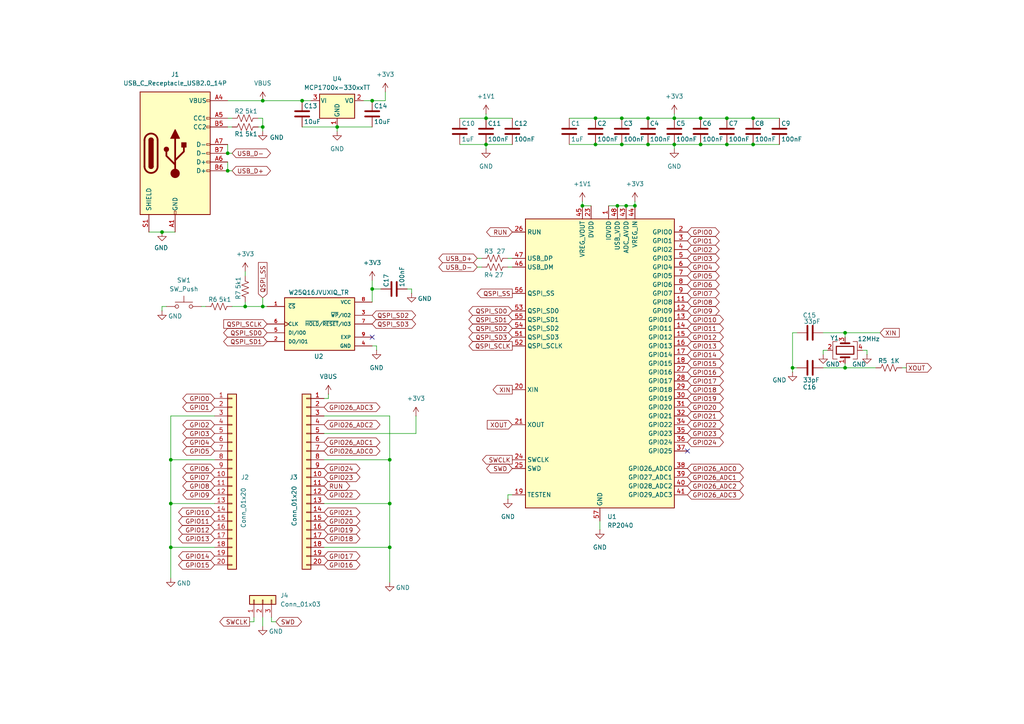
<source format=kicad_sch>
(kicad_sch (version 20250114) (generator "eeschema") (generator_version "9.0")
  (paper "A4")
  (lib_symbols
    (symbol "Connector:USB_C_Receptacle_USB2.0_14P" (pin_names (offset 1.016))
      (property "Reference" "J" (at 0 22.225 0))
      (property "Value" "USB_C_Receptacle_USB2.0_14P" (at 0 19.685 0))
      (symbol "USB_C_Receptacle_USB2.0_14P_0_0"
        (rectangle (start -0.254 -17.78) (end 0.254 -16.764))
        (rectangle (start 10.16 15.494) (end 9.144 14.986))
        (rectangle (start 10.16 10.414) (end 9.144 9.906))
        (rectangle (start 10.16 7.874) (end 9.144 7.366))
        (rectangle (start 10.16 2.794) (end 9.144 2.286))
        (rectangle (start 10.16 0.254) (end 9.144 -0.254))
        (rectangle (start 10.16 -2.286) (end 9.144 -2.794))
        (rectangle (start 10.16 -4.826) (end 9.144 -5.334))
      )
      (symbol "USB_C_Receptacle_USB2.0_14P_0_1"
        (rectangle (start -10.16 17.78) (end 10.16 -17.78) (stroke (width 0.254)) (fill (type background)))
        (polyline (pts (xy -8.89 -3.81) (xy -8.89 3.81)) (stroke (width 0.508)))
        (rectangle (start -7.62 -3.81) (end -6.35 3.81) (stroke (width 0.254)) (fill (type outline)))
        (arc (start -7.62 3.81) (mid -6.985 4.4423) (end -6.35 3.81) (stroke (width 0.254)))
        (arc (start -7.62 3.81) (mid -6.985 4.4423) (end -6.35 3.81) (stroke (width 0.254)) (fill (type outline)))
        (arc (start -8.89 3.81) (mid -6.985 5.7067) (end -5.08 3.81) (stroke (width 0.508)))
        (arc (start -5.08 -3.81) (mid -6.985 -5.7067) (end -8.89 -3.81) (stroke (width 0.508)))
        (arc (start -6.35 -3.81) (mid -6.985 -4.4423) (end -7.62 -3.81) (stroke (width 0.254)))
        (arc (start -6.35 -3.81) (mid -6.985 -4.4423) (end -7.62 -3.81) (stroke (width 0.254)) (fill (type outline)))
        (polyline (pts (xy -5.08 3.81) (xy -5.08 -3.81)) (stroke (width 0.508)))
        (circle (center -2.54 1.143) (radius 0.635) (stroke (width 0.254)) (fill (type outline)))
        (polyline (pts (xy -1.27 4.318) (xy 0 6.858) (xy 1.27 4.318) (xy -1.27 4.318)) (stroke (width 0.254)) (fill (type outline)))
        (polyline (pts (xy 0 -2.032) (xy 2.54 0.508) (xy 2.54 1.778)) (stroke (width 0.508)))
        (polyline (pts (xy 0 -3.302) (xy -2.54 -0.762) (xy -2.54 0.508)) (stroke (width 0.508)))
        (polyline (pts (xy 0 -5.842) (xy 0 4.318)) (stroke (width 0.508)))
        (circle (center 0 -5.842) (radius 1.27) (fill (type outline)))
        (rectangle (start 1.905 1.778) (end 3.175 3.048) (stroke (width 0.254)) (fill (type outline)))
      )
      (symbol "USB_C_Receptacle_USB2.0_14P_1_1"
        (pin passive line (at -7.62 -22.86 90) (length 5.08) (name "SHIELD") (number "S1"))
        (pin passive line (at 0 -22.86 90) (length 5.08) (name "GND") (number "A1"))
        (pin passive line (at 0 -22.86 90) (length 5.08) (hide yes) (name "GND") (number "A12"))
        (pin passive line (at 0 -22.86 90) (length 5.08) (hide yes) (name "GND") (number "B1"))
        (pin passive line (at 0 -22.86 90) (length 5.08) (hide yes) (name "GND") (number "B12"))
        (pin passive line (at 15.24 15.24 180) (length 5.08) (name "VBUS") (number "A4"))
        (pin passive line (at 15.24 15.24 180) (length 5.08) (hide yes) (name "VBUS") (number "A9"))
        (pin passive line (at 15.24 15.24 180) (length 5.08) (hide yes) (name "VBUS") (number "B4"))
        (pin passive line (at 15.24 15.24 180) (length 5.08) (hide yes) (name "VBUS") (number "B9"))
        (pin bidirectional line (at 15.24 10.16 180) (length 5.08) (name "CC1") (number "A5"))
        (pin bidirectional line (at 15.24 7.62 180) (length 5.08) (name "CC2") (number "B5"))
        (pin bidirectional line (at 15.24 2.54 180) (length 5.08) (name "D-") (number "A7"))
        (pin bidirectional line (at 15.24 0 180) (length 5.08) (name "D-") (number "B7"))
        (pin bidirectional line (at 15.24 -2.54 180) (length 5.08) (name "D+") (number "A6"))
        (pin bidirectional line (at 15.24 -5.08 180) (length 5.08) (name "D+") (number "B6"))
      )
    )
    (symbol "Connector_Generic:Conn_01x03" (pin_names (offset 1.016) (hide yes))
      (property "Reference" "J" (at 0 5.08 0))
      (property "Value" "Conn_01x03" (at 0 -5.08 0))
      (symbol "Conn_01x03_1_1"
        (rectangle (start -1.27 3.81) (end 1.27 -3.81) (stroke (width 0.254)) (fill (type background)))
        (rectangle (start -1.27 2.667) (end 0 2.413) (stroke (width 0.1524)))
        (rectangle (start -1.27 0.127) (end 0 -0.127) (stroke (width 0.1524)))
        (rectangle (start -1.27 -2.413) (end 0 -2.667) (stroke (width 0.1524)))
        (pin passive line (at -5.08 2.54 0) (length 3.81) (name "Pin_1") (number "1"))
        (pin passive line (at -5.08 0 0) (length 3.81) (name "Pin_2") (number "2"))
        (pin passive line (at -5.08 -2.54 0) (length 3.81) (name "Pin_3") (number "3"))
      )
    )
    (symbol "Connector_Generic:Conn_01x20" (pin_names (offset 1.016) (hide yes))
      (property "Reference" "J" (at 0 25.4 0))
      (property "Value" "Conn_01x20" (at 0 -27.94 0))
      (symbol "Conn_01x20_1_1"
        (rectangle (start -1.27 24.13) (end 1.27 -26.67) (stroke (width 0.254)) (fill (type background)))
        (rectangle (start -1.27 22.987) (end 0 22.733) (stroke (width 0.1524)))
        (rectangle (start -1.27 20.447) (end 0 20.193) (stroke (width 0.1524)))
        (rectangle (start -1.27 17.907) (end 0 17.653) (stroke (width 0.1524)))
        (rectangle (start -1.27 15.367) (end 0 15.113) (stroke (width 0.1524)))
        (rectangle (start -1.27 12.827) (end 0 12.573) (stroke (width 0.1524)))
        (rectangle (start -1.27 10.287) (end 0 10.033) (stroke (width 0.1524)))
        (rectangle (start -1.27 7.747) (end 0 7.493) (stroke (width 0.1524)))
        (rectangle (start -1.27 5.207) (end 0 4.953) (stroke (width 0.1524)))
        (rectangle (start -1.27 2.667) (end 0 2.413) (stroke (width 0.1524)))
        (rectangle (start -1.27 0.127) (end 0 -0.127) (stroke (width 0.1524)))
        (rectangle (start -1.27 -2.413) (end 0 -2.667) (stroke (width 0.1524)))
        (rectangle (start -1.27 -4.953) (end 0 -5.207) (stroke (width 0.1524)))
        (rectangle (start -1.27 -7.493) (end 0 -7.747) (stroke (width 0.1524)))
        (rectangle (start -1.27 -10.033) (end 0 -10.287) (stroke (width 0.1524)))
        (rectangle (start -1.27 -12.573) (end 0 -12.827) (stroke (width 0.1524)))
        (rectangle (start -1.27 -15.113) (end 0 -15.367) (stroke (width 0.1524)))
        (rectangle (start -1.27 -17.653) (end 0 -17.907) (stroke (width 0.1524)))
        (rectangle (start -1.27 -20.193) (end 0 -20.447) (stroke (width 0.1524)))
        (rectangle (start -1.27 -22.733) (end 0 -22.987) (stroke (width 0.1524)))
        (rectangle (start -1.27 -25.273) (end 0 -25.527) (stroke (width 0.1524)))
        (pin passive line (at -5.08 22.86 0) (length 3.81) (name "Pin_1") (number "1"))
        (pin passive line (at -5.08 20.32 0) (length 3.81) (name "Pin_2") (number "2"))
        (pin passive line (at -5.08 17.78 0) (length 3.81) (name "Pin_3") (number "3"))
        (pin passive line (at -5.08 15.24 0) (length 3.81) (name "Pin_4") (number "4"))
        (pin passive line (at -5.08 12.7 0) (length 3.81) (name "Pin_5") (number "5"))
        (pin passive line (at -5.08 10.16 0) (length 3.81) (name "Pin_6") (number "6"))
        (pin passive line (at -5.08 7.62 0) (length 3.81) (name "Pin_7") (number "7"))
        (pin passive line (at -5.08 5.08 0) (length 3.81) (name "Pin_8") (number "8"))
        (pin passive line (at -5.08 2.54 0) (length 3.81) (name "Pin_9") (number "9"))
        (pin passive line (at -5.08 0 0) (length 3.81) (name "Pin_10") (number "10"))
        (pin passive line (at -5.08 -2.54 0) (length 3.81) (name "Pin_11") (number "11"))
        (pin passive line (at -5.08 -5.08 0) (length 3.81) (name "Pin_12") (number "12"))
        (pin passive line (at -5.08 -7.62 0) (length 3.81) (name "Pin_13") (number "13"))
        (pin passive line (at -5.08 -10.16 0) (length 3.81) (name "Pin_14") (number "14"))
        (pin passive line (at -5.08 -12.7 0) (length 3.81) (name "Pin_15") (number "15"))
        (pin passive line (at -5.08 -15.24 0) (length 3.81) (name "Pin_16") (number "16"))
        (pin passive line (at -5.08 -17.78 0) (length 3.81) (name "Pin_17") (number "17"))
        (pin passive line (at -5.08 -20.32 0) (length 3.81) (name "Pin_18") (number "18"))
        (pin passive line (at -5.08 -22.86 0) (length 3.81) (name "Pin_19") (number "19"))
        (pin passive line (at -5.08 -25.4 0) (length 3.81) (name "Pin_20") (number "20"))
      )
    )
    (symbol "Device:C" (pin_numbers (hide yes)) (pin_names (offset 0.254))
      (property "Reference" "C" (at 0.635 2.54 0))
      (property "Value" "C" (at 0.635 -2.54 0))
      (symbol "C_0_1"
        (polyline (pts (xy -2.032 0.762) (xy 2.032 0.762)) (stroke (width 0.508)))
        (polyline (pts (xy -2.032 -0.762) (xy 2.032 -0.762)) (stroke (width 0.508)))
      )
      (symbol "C_1_1"
        (pin passive line (at 0 3.81 270) (length 2.794) (name "~") (number "1"))
        (pin passive line (at 0 -3.81 90) (length 2.794) (name "~") (number "2"))
      )
    )
    (symbol "Device:Crystal_GND24" (pin_names (offset 1.016) (hide yes))
      (property "Reference" "Y" (at 3.175 5.08 0))
      (property "Value" "Crystal_GND24" (at 3.175 3.175 0))
      (symbol "Crystal_GND24_0_1"
        (polyline (pts (xy -2.54 2.286) (xy -2.54 3.556) (xy 2.54 3.556) (xy 2.54 2.286)))
        (polyline (pts (xy -2.54 0) (xy -2.032 0)))
        (polyline (pts (xy -2.54 -2.286) (xy -2.54 -3.556) (xy 2.54 -3.556) (xy 2.54 -2.286)))
        (polyline (pts (xy -2.032 -1.27) (xy -2.032 1.27)) (stroke (width 0.508)))
        (rectangle (start -1.143 2.54) (end 1.143 -2.54) (stroke (width 0.3048)))
        (polyline (pts (xy 0 3.556) (xy 0 3.81)))
        (polyline (pts (xy 0 -3.81) (xy 0 -3.556)))
        (polyline (pts (xy 2.032 0) (xy 2.54 0)))
        (polyline (pts (xy 2.032 -1.27) (xy 2.032 1.27)) (stroke (width 0.508)))
      )
      (symbol "Crystal_GND24_1_1"
        (pin passive line (at -3.81 0 0) (length 1.27) (name "1") (number "1"))
        (pin passive line (at 0 5.08 270) (length 1.27) (name "2") (number "2"))
        (pin passive line (at 0 -5.08 90) (length 1.27) (name "4") (number "4"))
        (pin passive line (at 3.81 0 180) (length 1.27) (name "3") (number "3"))
      )
    )
    (symbol "Device:R_US" (pin_numbers (hide yes)) (pin_names (offset 0))
      (property "Reference" "R" (at 2.54 0 90))
      (property "Value" "R_US" (at -2.54 0 90))
      (symbol "R_US_0_1"
        (polyline (pts (xy 0 2.286) (xy 0 2.54)))
        (polyline (pts (xy 0 2.286) (xy 1.016 1.905) (xy 0 1.524) (xy -1.016 1.143) (xy 0 0.762)))
        (polyline (pts (xy 0 0.762) (xy 1.016 0.381) (xy 0 0) (xy -1.016 -0.381) (xy 0 -0.762)))
        (polyline (pts (xy 0 -0.762) (xy 1.016 -1.143) (xy 0 -1.524) (xy -1.016 -1.905) (xy 0 -2.286)))
        (polyline (pts (xy 0 -2.286) (xy 0 -2.54)))
      )
      (symbol "R_US_1_1"
        (pin passive line (at 0 3.81 270) (length 1.27) (name "~") (number "1"))
        (pin passive line (at 0 -3.81 90) (length 1.27) (name "~") (number "2"))
      )
    )
    (symbol "MCU_RaspberryPi:RP2040"
      (property "Reference" "U" (at 17.78 45.72 0))
      (property "Value" "RP2040" (at 17.78 43.18 0))
      (symbol "RP2040_0_1"
        (rectangle (start -21.59 41.91) (end 21.59 -41.91) (stroke (width 0.254)) (fill (type background)))
      )
      (symbol "RP2040_1_1"
        (pin input line (at -25.4 38.1 0) (length 3.81) (name "RUN") (number "26"))
        (pin bidirectional line (at -25.4 30.48 0) (length 3.81) (name "USB_DP") (number "47"))
        (pin bidirectional line (at -25.4 27.94 0) (length 3.81) (name "USB_DM") (number "46"))
        (pin bidirectional line (at -25.4 20.32 0) (length 3.81) (name "QSPI_SS") (number "56"))
        (pin bidirectional line (at -25.4 15.24 0) (length 3.81) (name "QSPI_SD0") (number "53"))
        (pin bidirectional line (at -25.4 12.7 0) (length 3.81) (name "QSPI_SD1") (number "55"))
        (pin bidirectional line (at -25.4 10.16 0) (length 3.81) (name "QSPI_SD2") (number "54"))
        (pin bidirectional line (at -25.4 7.62 0) (length 3.81) (name "QSPI_SD3") (number "51"))
        (pin output line (at -25.4 5.08 0) (length 3.81) (name "QSPI_SCLK") (number "52"))
        (pin input line (at -25.4 -7.62 0) (length 3.81) (name "XIN") (number "20"))
        (pin passive line (at -25.4 -17.78 0) (length 3.81) (name "XOUT") (number "21"))
        (pin input line (at -25.4 -27.94 0) (length 3.81) (name "SWCLK") (number "24"))
        (pin bidirectional line (at -25.4 -30.48 0) (length 3.81) (name "SWD") (number "25"))
        (pin input line (at -25.4 -38.1 0) (length 3.81) (name "TESTEN") (number "19"))
        (pin power_out line (at -5.08 45.72 270) (length 3.81) (name "VREG_VOUT") (number "45"))
        (pin power_in line (at -2.54 45.72 270) (length 3.81) (name "DVDD") (number "23"))
        (pin passive line (at -2.54 45.72 270) (length 3.81) (hide yes) (name "DVDD") (number "50"))
        (pin power_in line (at 0 -45.72 90) (length 3.81) (name "GND") (number "57"))
        (pin power_in line (at 2.54 45.72 270) (length 3.81) (name "IOVDD") (number "1"))
        (pin passive line (at 2.54 45.72 270) (length 3.81) (hide yes) (name "IOVDD") (number "10"))
        (pin passive line (at 2.54 45.72 270) (length 3.81) (hide yes) (name "IOVDD") (number "22"))
        (pin passive line (at 2.54 45.72 270) (length 3.81) (hide yes) (name "IOVDD") (number "33"))
        (pin passive line (at 2.54 45.72 270) (length 3.81) (hide yes) (name "IOVDD") (number "42"))
        (pin passive line (at 2.54 45.72 270) (length 3.81) (hide yes) (name "IOVDD") (number "49"))
        (pin power_in line (at 5.08 45.72 270) (length 3.81) (name "USB_VDD") (number "48"))
        (pin power_in line (at 7.62 45.72 270) (length 3.81) (name "ADC_AVDD") (number "43"))
        (pin power_in line (at 10.16 45.72 270) (length 3.81) (name "VREG_IN") (number "44"))
        (pin bidirectional line (at 25.4 38.1 180) (length 3.81) (name "GPIO0") (number "2"))
        (pin bidirectional line (at 25.4 35.56 180) (length 3.81) (name "GPIO1") (number "3"))
        (pin bidirectional line (at 25.4 33.02 180) (length 3.81) (name "GPIO2") (number "4"))
        (pin bidirectional line (at 25.4 30.48 180) (length 3.81) (name "GPIO3") (number "5"))
        (pin bidirectional line (at 25.4 27.94 180) (length 3.81) (name "GPIO4") (number "6"))
        (pin bidirectional line (at 25.4 25.4 180) (length 3.81) (name "GPIO5") (number "7"))
        (pin bidirectional line (at 25.4 22.86 180) (length 3.81) (name "GPIO6") (number "8"))
        (pin bidirectional line (at 25.4 20.32 180) (length 3.81) (name "GPIO7") (number "9"))
        (pin bidirectional line (at 25.4 17.78 180) (length 3.81) (name "GPIO8") (number "11"))
        (pin bidirectional line (at 25.4 15.24 180) (length 3.81) (name "GPIO9") (number "12"))
        (pin bidirectional line (at 25.4 12.7 180) (length 3.81) (name "GPIO10") (number "13"))
        (pin bidirectional line (at 25.4 10.16 180) (length 3.81) (name "GPIO11") (number "14"))
        (pin bidirectional line (at 25.4 7.62 180) (length 3.81) (name "GPIO12") (number "15"))
        (pin bidirectional line (at 25.4 5.08 180) (length 3.81) (name "GPIO13") (number "16"))
        (pin bidirectional line (at 25.4 2.54 180) (length 3.81) (name "GPIO14") (number "17"))
        (pin bidirectional line (at 25.4 0 180) (length 3.81) (name "GPIO15") (number "18"))
        (pin bidirectional line (at 25.4 -2.54 180) (length 3.81) (name "GPIO16") (number "27"))
        (pin bidirectional line (at 25.4 -5.08 180) (length 3.81) (name "GPIO17") (number "28"))
        (pin bidirectional line (at 25.4 -7.62 180) (length 3.81) (name "GPIO18") (number "29"))
        (pin bidirectional line (at 25.4 -10.16 180) (length 3.81) (name "GPIO19") (number "30"))
        (pin bidirectional line (at 25.4 -12.7 180) (length 3.81) (name "GPIO20") (number "31"))
        (pin bidirectional line (at 25.4 -15.24 180) (length 3.81) (name "GPIO21") (number "32"))
        (pin bidirectional line (at 25.4 -17.78 180) (length 3.81) (name "GPIO22") (number "34"))
        (pin bidirectional line (at 25.4 -20.32 180) (length 3.81) (name "GPIO23") (number "35"))
        (pin bidirectional line (at 25.4 -22.86 180) (length 3.81) (name "GPIO24") (number "36"))
        (pin bidirectional line (at 25.4 -25.4 180) (length 3.81) (name "GPIO25") (number "37"))
        (pin bidirectional line (at 25.4 -30.48 180) (length 3.81) (name "GPIO26_ADC0") (number "38"))
        (pin bidirectional line (at 25.4 -33.02 180) (length 3.81) (name "GPIO27_ADC1") (number "39"))
        (pin bidirectional line (at 25.4 -35.56 180) (length 3.81) (name "GPIO28_ADC2") (number "40"))
        (pin bidirectional line (at 25.4 -38.1 180) (length 3.81) (name "GPIO29_ADC3") (number "41"))
      )
    )
    (symbol "Regulator_Linear:MCP1700x-330xxTT" (pin_names (offset 0.254))
      (property "Reference" "U" (at -3.81 3.175 0))
      (property "Value" "MCP1700x-330xxTT" (at 0 3.175 0))
      (symbol "MCP1700x-330xxTT_0_1"
        (rectangle (start -5.08 1.905) (end 5.08 -5.08) (stroke (width 0.254)) (fill (type background)))
      )
      (symbol "MCP1700x-330xxTT_1_1"
        (pin power_in line (at -7.62 0 0) (length 2.54) (name "VI") (number "3"))
        (pin power_in line (at 0 -7.62 90) (length 2.54) (name "GND") (number "1"))
        (pin power_out line (at 7.62 0 180) (length 2.54) (name "VO") (number "2"))
      )
    )
    (symbol "Switch:SW_Push" (pin_numbers (hide yes)) (pin_names (offset 1.016) (hide yes))
      (property "Reference" "SW" (at 1.27 2.54 0))
      (property "Value" "SW_Push" (at 0 -1.524 0))
      (symbol "SW_Push_0_1"
        (circle (center -2.032 0) (radius 0.508))
        (polyline (pts (xy 0 1.27) (xy 0 3.048)))
        (circle (center 2.032 0) (radius 0.508))
        (polyline (pts (xy 2.54 1.27) (xy -2.54 1.27)))
        (pin passive line (at -5.08 0 0) (length 2.54) (name "1") (number "1"))
        (pin passive line (at 5.08 0 180) (length 2.54) (name "2") (number "2"))
      )
    )
    (symbol "W25Q16JVUXIQ_TR:W25Q16JVUXIQ_TR" (pin_names (offset 1.016))
      (property "Reference" "U2" (at 0 17.78 0))
      (property "Value" "W25Q16JVUXIQ_TR" (at 0 15.24 0))
      (symbol "W25Q16JVUXIQ_TR_0_0"
        (rectangle (start -10.16 7.62) (end 10.16 -7.62) (stroke (width 0.254)) (fill (type background)))
        (pin input line (at -15.24 5.08 0) (length 5.08) (name "~{CS}") (number "1"))
        (pin input clock (at -15.24 0 0) (length 5.08) (name "CLK") (number "6"))
        (pin bidirectional line (at -15.24 -2.54 0) (length 5.08) (name "DI/IO0") (number "5"))
        (pin bidirectional line (at -15.24 -5.08 0) (length 5.08) (name "DO/IO1") (number "2"))
        (pin power_in line (at 15.24 6.35 180) (length 5.08) (name "VCC") (number "8"))
        (pin bidirectional line (at 15.24 2.54 180) (length 5.08) (name "~{WP}/IO2") (number "3"))
        (pin bidirectional line (at 15.24 0 180) (length 5.08) (name "~{HOLD}/~{RESET}/IO3") (number "7"))
        (pin passive line (at 15.24 -3.81 180) (length 5.08) (name "EXP") (number "9"))
        (pin power_in line (at 15.24 -6.35 180) (length 5.08) (name "GND") (number "4"))
      )
    )
    (symbol "power:+1V1" (power) (pin_numbers (hide yes)) (pin_names (offset 0) (hide yes))
      (property "Value" "+1V1" (at 0 3.556 0))
      (symbol "+1V1_0_1"
        (polyline (pts (xy -0.762 1.27) (xy 0 2.54)))
        (polyline (pts (xy 0 2.54) (xy 0.762 1.27)))
        (polyline (pts (xy 0 0) (xy 0 2.54)))
      )
      (symbol "+1V1_1_1"
        (pin power_in line (at 0 0 90) (length 0) (name "~") (number "1"))
      )
    )
    (symbol "power:+3V3" (power) (pin_numbers (hide yes)) (pin_names (offset 0) (hide yes))
      (property "Value" "+3V3" (at 0 3.556 0))
      (symbol "+3V3_0_1"
        (polyline (pts (xy -0.762 1.27) (xy 0 2.54)))
        (polyline (pts (xy 0 2.54) (xy 0.762 1.27)))
        (polyline (pts (xy 0 0) (xy 0 2.54)))
      )
      (symbol "+3V3_1_1"
        (pin power_in line (at 0 0 90) (length 0) (name "~") (number "1"))
      )
    )
    (symbol "power:GND" (power) (pin_numbers (hide yes)) (pin_names (offset 0) (hide yes))
      (property "Value" "GND" (at 0 -3.81 0))
      (symbol "GND_0_1"
        (polyline (pts (xy 0 0) (xy 0 -1.27) (xy 1.27 -1.27) (xy 0 -2.54) (xy -1.27 -1.27) (xy 0 -1.27)))
      )
      (symbol "GND_1_1"
        (pin power_in line (at 0 0 270) (length 0) (name "~") (number "1"))
      )
    )
    (symbol "power:VBUS" (power) (pin_numbers (hide yes)) (pin_names (offset 0) (hide yes))
      (property "Value" "VBUS" (at 0 3.556 0))
      (symbol "VBUS_0_1"
        (polyline (pts (xy -0.762 1.27) (xy 0 2.54)))
        (polyline (pts (xy 0 2.54) (xy 0.762 1.27)))
        (polyline (pts (xy 0 0) (xy 0 2.54)))
      )
      (symbol "VBUS_1_1"
        (pin power_in line (at 0 0 90) (length 0) (name "~") (number "1"))
      )
    )
  )
  (junction (at 76.2 29.21))
  (junction (at 172.72 34.29))
  (junction (at 210.82 34.29))
  (junction (at 245.11 106.68))
  (junction (at 97.79 36.83))
  (junction (at 179.07 59.69))
  (junction (at 113.03 146.05))
  (junction (at 203.2 34.29))
  (junction (at 181.61 59.69))
  (junction (at 49.53 133.35))
  (junction (at 107.95 29.21))
  (junction (at 87.63 29.21))
  (junction (at 195.58 41.91))
  (junction (at 140.97 34.29))
  (junction (at 184.15 59.69))
  (junction (at 66.04 44.45))
  (junction (at 49.53 146.05))
  (junction (at 66.04 49.53))
  (junction (at 218.44 41.91))
  (junction (at 49.53 158.75))
  (junction (at 218.44 34.29))
  (junction (at 180.34 41.91))
  (junction (at 113.03 133.35))
  (junction (at 229.87 106.68))
  (junction (at 172.72 41.91))
  (junction (at 46.99 67.31))
  (junction (at 76.2 36.83))
  (junction (at 71.12 88.9))
  (junction (at 113.03 158.75))
  (junction (at 210.82 41.91))
  (junction (at 245.11 96.52))
  (junction (at 107.95 83.82))
  (junction (at 203.2 41.91))
  (junction (at 76.2 88.9))
  (junction (at 187.96 34.29))
  (junction (at 168.91 59.69))
  (junction (at 195.58 34.29))
  (junction (at 140.97 41.91))
  (junction (at 187.96 41.91))
  (junction (at 180.34 34.29))
  (no_connect (at 199.39 130.81))
  (no_connect (at 107.95 97.79))
  (wire (pts (xy 49.53 133.35) (xy 62.23 133.35)))
  (wire (pts (xy 97.79 36.83) (xy 107.95 36.83)))
  (wire (pts (xy 195.58 43.18) (xy 195.58 41.91)))
  (wire (pts (xy 245.11 96.52) (xy 255.27 96.52)))
  (wire (pts (xy 58.42 88.9) (xy 59.69 88.9)))
  (wire (pts (xy 168.91 59.69) (xy 171.45 59.69)))
  (wire (pts (xy 195.58 34.29) (xy 203.2 34.29)))
  (wire (pts (xy 93.98 158.75) (xy 113.03 158.75)))
  (wire (pts (xy 46.99 67.31) (xy 50.8 67.31)))
  (wire (pts (xy 229.87 106.68) (xy 229.87 107.95)))
  (wire (pts (xy 147.32 77.47) (xy 148.59 77.47)))
  (wire (pts (xy 180.34 41.91) (xy 187.96 41.91)))
  (wire (pts (xy 67.31 88.9) (xy 71.12 88.9)))
  (wire (pts (xy 76.2 179.07) (xy 76.2 181.61)))
  (wire (pts (xy 62.23 120.65) (xy 49.53 120.65)))
  (wire (pts (xy 118.11 83.82) (xy 119.38 83.82)))
  (wire (pts (xy 172.72 34.29) (xy 180.34 34.29)))
  (wire (pts (xy 113.03 120.65) (xy 113.03 133.35)))
  (wire (pts (xy 180.34 34.29) (xy 187.96 34.29)))
  (wire (pts (xy 66.04 44.45) (xy 67.31 44.45)))
  (wire (pts (xy 49.53 158.75) (xy 49.53 167.64)))
  (wire (pts (xy 173.99 151.13) (xy 173.99 153.67)))
  (wire (pts (xy 43.18 67.31) (xy 46.99 67.31)))
  (wire (pts (xy 138.43 77.47) (xy 139.7 77.47)))
  (wire (pts (xy 120.65 125.73) (xy 93.98 125.73)))
  (wire (pts (xy 66.04 36.83) (xy 67.31 36.83)))
  (wire (pts (xy 73.66 180.34) (xy 73.66 179.07)))
  (wire (pts (xy 187.96 34.29) (xy 195.58 34.29)))
  (wire (pts (xy 93.98 120.65) (xy 113.03 120.65)))
  (wire (pts (xy 76.2 86.36) (xy 76.2 88.9)))
  (wire (pts (xy 218.44 41.91) (xy 226.06 41.91)))
  (wire (pts (xy 71.12 78.74) (xy 71.12 80.01)))
  (wire (pts (xy 140.97 33.02) (xy 140.97 34.29)))
  (wire (pts (xy 107.95 100.33) (xy 109.22 100.33)))
  (wire (pts (xy 49.53 120.65) (xy 49.53 133.35)))
  (wire (pts (xy 87.63 29.21) (xy 90.17 29.21)))
  (wire (pts (xy 109.22 100.33) (xy 109.22 101.6)))
  (wire (pts (xy 66.04 41.91) (xy 66.04 44.45)))
  (wire (pts (xy 76.2 29.21) (xy 87.63 29.21)))
  (wire (pts (xy 203.2 41.91) (xy 210.82 41.91)))
  (wire (pts (xy 147.32 144.78) (xy 147.32 143.51)))
  (wire (pts (xy 107.95 83.82) (xy 110.49 83.82)))
  (wire (pts (xy 179.07 59.69) (xy 181.61 59.69)))
  (wire (pts (xy 48.26 88.9) (xy 46.99 88.9)))
  (wire (pts (xy 66.04 34.29) (xy 67.31 34.29)))
  (wire (pts (xy 238.76 102.87) (xy 238.76 101.6)))
  (wire (pts (xy 107.95 83.82) (xy 107.95 87.63)))
  (wire (pts (xy 245.11 106.68) (xy 254 106.68)))
  (wire (pts (xy 245.11 96.52) (xy 245.11 97.79)))
  (wire (pts (xy 49.53 146.05) (xy 62.23 146.05)))
  (wire (pts (xy 140.97 41.91) (xy 148.59 41.91)))
  (wire (pts (xy 120.65 120.65) (xy 120.65 125.73)))
  (wire (pts (xy 210.82 34.29) (xy 218.44 34.29)))
  (wire (pts (xy 93.98 133.35) (xy 113.03 133.35)))
  (wire (pts (xy 113.03 158.75) (xy 113.03 168.91)))
  (wire (pts (xy 238.76 106.68) (xy 245.11 106.68)))
  (wire (pts (xy 195.58 33.02) (xy 195.58 34.29)))
  (wire (pts (xy 168.91 58.42) (xy 168.91 59.69)))
  (wire (pts (xy 72.39 180.34) (xy 73.66 180.34)))
  (wire (pts (xy 140.97 41.91) (xy 140.97 43.18)))
  (wire (pts (xy 78.74 180.34) (xy 80.01 180.34)))
  (wire (pts (xy 238.76 96.52) (xy 245.11 96.52)))
  (wire (pts (xy 184.15 58.42) (xy 184.15 59.69)))
  (wire (pts (xy 97.79 38.1) (xy 97.79 36.83)))
  (wire (pts (xy 245.11 105.41) (xy 245.11 106.68)))
  (wire (pts (xy 71.12 87.63) (xy 71.12 88.9)))
  (wire (pts (xy 138.43 74.93) (xy 139.7 74.93)))
  (wire (pts (xy 229.87 96.52) (xy 229.87 106.68)))
  (wire (pts (xy 62.23 158.75) (xy 49.53 158.75)))
  (wire (pts (xy 210.82 41.91) (xy 218.44 41.91)))
  (wire (pts (xy 105.41 29.21) (xy 107.95 29.21)))
  (wire (pts (xy 176.53 59.69) (xy 179.07 59.69)))
  (wire (pts (xy 78.74 179.07) (xy 78.74 180.34)))
  (wire (pts (xy 111.76 29.21) (xy 107.95 29.21)))
  (wire (pts (xy 147.32 74.93) (xy 148.59 74.93)))
  (wire (pts (xy 74.93 34.29) (xy 76.2 34.29)))
  (wire (pts (xy 238.76 101.6) (xy 240.03 101.6)))
  (wire (pts (xy 181.61 59.69) (xy 184.15 59.69)))
  (wire (pts (xy 165.1 41.91) (xy 172.72 41.91)))
  (wire (pts (xy 133.35 41.91) (xy 140.97 41.91)))
  (wire (pts (xy 195.58 41.91) (xy 203.2 41.91)))
  (wire (pts (xy 46.99 88.9) (xy 46.99 90.17)))
  (wire (pts (xy 49.53 133.35) (xy 49.53 146.05)))
  (wire (pts (xy 66.04 49.53) (xy 67.31 49.53)))
  (wire (pts (xy 107.95 81.28) (xy 107.95 83.82)))
  (wire (pts (xy 133.35 34.29) (xy 140.97 34.29)))
  (wire (pts (xy 231.14 96.52) (xy 229.87 96.52)))
  (wire (pts (xy 71.12 88.9) (xy 76.2 88.9)))
  (wire (pts (xy 261.62 106.68) (xy 262.89 106.68)))
  (wire (pts (xy 187.96 41.91) (xy 195.58 41.91)))
  (wire (pts (xy 93.98 115.57) (xy 95.25 115.57)))
  (wire (pts (xy 76.2 88.9) (xy 77.47 88.9)))
  (wire (pts (xy 203.2 34.29) (xy 210.82 34.29)))
  (wire (pts (xy 49.53 146.05) (xy 49.53 158.75)))
  (wire (pts (xy 218.44 34.29) (xy 226.06 34.29)))
  (wire (pts (xy 66.04 29.21) (xy 76.2 29.21)))
  (wire (pts (xy 111.76 26.67) (xy 111.76 29.21)))
  (wire (pts (xy 76.2 36.83) (xy 76.2 38.1)))
  (wire (pts (xy 147.32 143.51) (xy 148.59 143.51)))
  (wire (pts (xy 251.46 101.6) (xy 251.46 102.87)))
  (wire (pts (xy 172.72 41.91) (xy 180.34 41.91)))
  (wire (pts (xy 140.97 34.29) (xy 148.59 34.29)))
  (wire (pts (xy 250.19 101.6) (xy 251.46 101.6)))
  (wire (pts (xy 113.03 146.05) (xy 113.03 158.75)))
  (wire (pts (xy 95.25 115.57) (xy 95.25 114.3)))
  (wire (pts (xy 87.63 36.83) (xy 97.79 36.83)))
  (wire (pts (xy 93.98 146.05) (xy 113.03 146.05)))
  (wire (pts (xy 74.93 36.83) (xy 76.2 36.83)))
  (wire (pts (xy 113.03 133.35) (xy 113.03 146.05)))
  (wire (pts (xy 165.1 34.29) (xy 172.72 34.29)))
  (wire (pts (xy 66.04 46.99) (xy 66.04 49.53)))
  (wire (pts (xy 231.14 106.68) (xy 229.87 106.68)))
  (wire (pts (xy 119.38 83.82) (xy 119.38 85.09)))
  (wire (pts (xy 76.2 34.29) (xy 76.2 36.83)))
  (global_label "GPIO3" (shape bidirectional) (at 199.39 74.93 0) (property "Intersheetrefs" "${INTERSHEET_REFS}" (effects (hide yes))))
  (global_label "GPIO19" (shape bidirectional) (at 93.98 153.67 0) (property "Intersheetrefs" "${INTERSHEET_REFS}" (effects (hide yes))))
  (global_label "QSPI_SD2" (shape bidirectional) (at 148.59 95.25 180) (property "Intersheetrefs" "${INTERSHEET_REFS}" (effects (hide yes))))
  (global_label "USB_D+" (shape bidirectional) (at 138.43 74.93 180) (property "Intersheetrefs" "${INTERSHEET_REFS}" (effects (hide yes))))
  (global_label "XIN" (shape output) (at 148.59 113.03 180) (property "Intersheetrefs" "${INTERSHEET_REFS}" (effects (hide yes))))
  (global_label "GPIO21" (shape bidirectional) (at 199.39 120.65 0) (property "Intersheetrefs" "${INTERSHEET_REFS}" (effects (hide yes))))
  (global_label "XOUT" (shape output) (at 262.89 106.68 0) (property "Intersheetrefs" "${INTERSHEET_REFS}" (effects (hide yes))))
  (global_label "GPIO0" (shape bidirectional) (at 199.39 67.31 0) (property "Intersheetrefs" "${INTERSHEET_REFS}" (effects (hide yes))))
  (global_label "GPIO9" (shape bidirectional) (at 62.23 143.51 180) (property "Intersheetrefs" "${INTERSHEET_REFS}" (effects (hide yes))))
  (global_label "GPIO7" (shape bidirectional) (at 62.23 138.43 180) (property "Intersheetrefs" "${INTERSHEET_REFS}" (effects (hide yes))))
  (global_label "GPIO24" (shape bidirectional) (at 93.98 135.89 0) (property "Intersheetrefs" "${INTERSHEET_REFS}" (effects (hide yes))))
  (global_label "SWD" (shape bidirectional) (at 80.01 180.34 0) (property "Intersheetrefs" "${INTERSHEET_REFS}" (effects (hide yes))))
  (global_label "GPIO14" (shape bidirectional) (at 62.23 161.29 180) (property "Intersheetrefs" "${INTERSHEET_REFS}" (effects (hide yes))))
  (global_label "GPIO5" (shape bidirectional) (at 62.23 130.81 180) (property "Intersheetrefs" "${INTERSHEET_REFS}" (effects (hide yes))))
  (global_label "GPIO20" (shape bidirectional) (at 93.98 151.13 0) (property "Intersheetrefs" "${INTERSHEET_REFS}" (effects (hide yes))))
  (global_label "QSPI_SD0" (shape bidirectional) (at 77.47 96.52 180) (property "Intersheetrefs" "${INTERSHEET_REFS}" (effects (hide yes))))
  (global_label "GPIO17" (shape bidirectional) (at 93.98 161.29 0) (property "Intersheetrefs" "${INTERSHEET_REFS}" (effects (hide yes))))
  (global_label "GPIO26_ADC0" (shape bidirectional) (at 199.39 135.89 0) (property "Intersheetrefs" "${INTERSHEET_REFS}" (effects (hide yes))))
  (global_label "GPIO26_ADC3" (shape bidirectional) (at 93.98 118.11 0) (property "Intersheetrefs" "${INTERSHEET_REFS}" (effects (hide yes))))
  (global_label "GPIO12" (shape bidirectional) (at 199.39 97.79 0) (property "Intersheetrefs" "${INTERSHEET_REFS}" (effects (hide yes))))
  (global_label "GPIO6" (shape bidirectional) (at 62.23 135.89 180) (property "Intersheetrefs" "${INTERSHEET_REFS}" (effects (hide yes))))
  (global_label "RUN" (shape bidirectional) (at 148.59 67.31 180) (property "Intersheetrefs" "${INTERSHEET_REFS}" (effects (hide yes))))
  (global_label "GPIO16" (shape bidirectional) (at 199.39 107.95 0) (property "Intersheetrefs" "${INTERSHEET_REFS}" (effects (hide yes))))
  (global_label "GPIO13" (shape bidirectional) (at 62.23 156.21 180) (property "Intersheetrefs" "${INTERSHEET_REFS}" (effects (hide yes))))
  (global_label "GPIO8" (shape bidirectional) (at 62.23 140.97 180) (property "Intersheetrefs" "${INTERSHEET_REFS}" (effects (hide yes))))
  (global_label "GPIO24" (shape bidirectional) (at 199.39 128.27 0) (property "Intersheetrefs" "${INTERSHEET_REFS}" (effects (hide yes))))
  (global_label "GPIO18" (shape bidirectional) (at 199.39 113.03 0) (property "Intersheetrefs" "${INTERSHEET_REFS}" (effects (hide yes))))
  (global_label "GPIO22" (shape bidirectional) (at 199.39 123.19 0) (property "Intersheetrefs" "${INTERSHEET_REFS}" (effects (hide yes))))
  (global_label "GPIO26_ADC0" (shape bidirectional) (at 93.98 130.81 0) (property "Intersheetrefs" "${INTERSHEET_REFS}" (effects (hide yes))))
  (global_label "GPIO18" (shape bidirectional) (at 93.98 156.21 0) (property "Intersheetrefs" "${INTERSHEET_REFS}" (effects (hide yes))))
  (global_label "SWCLK" (shape output) (at 148.59 133.35 180) (property "Intersheetrefs" "${INTERSHEET_REFS}" (effects (hide yes))))
  (global_label "QSPI_SD0" (shape bidirectional) (at 148.59 90.17 180) (property "Intersheetrefs" "${INTERSHEET_REFS}" (effects (hide yes))))
  (global_label "GPIO2" (shape bidirectional) (at 199.39 72.39 0) (property "Intersheetrefs" "${INTERSHEET_REFS}" (effects (hide yes))))
  (global_label "GPIO15" (shape bidirectional) (at 199.39 105.41 0) (property "Intersheetrefs" "${INTERSHEET_REFS}" (effects (hide yes))))
  (global_label "GPIO14" (shape bidirectional) (at 199.39 102.87 0) (property "Intersheetrefs" "${INTERSHEET_REFS}" (effects (hide yes))))
  (global_label "GPIO1" (shape bidirectional) (at 62.23 118.11 180) (property "Intersheetrefs" "${INTERSHEET_REFS}" (effects (hide yes))))
  (global_label "GPIO2" (shape bidirectional) (at 62.23 123.19 180) (property "Intersheetrefs" "${INTERSHEET_REFS}" (effects (hide yes))))
  (global_label "QSPI_SD1" (shape bidirectional) (at 148.59 92.71 180) (property "Intersheetrefs" "${INTERSHEET_REFS}" (effects (hide yes))))
  (global_label "GPIO16" (shape bidirectional) (at 93.98 163.83 0) (property "Intersheetrefs" "${INTERSHEET_REFS}" (effects (hide yes))))
  (global_label "GPIO26_ADC2" (shape bidirectional) (at 199.39 140.97 0) (property "Intersheetrefs" "${INTERSHEET_REFS}" (effects (hide yes))))
  (global_label "GPIO23" (shape bidirectional) (at 93.98 138.43 0) (property "Intersheetrefs" "${INTERSHEET_REFS}" (effects (hide yes))))
  (global_label "SWCLK" (shape output) (at 72.39 180.34 180) (property "Intersheetrefs" "${INTERSHEET_REFS}" (effects (hide yes))))
  (global_label "GPIO23" (shape bidirectional) (at 199.39 125.73 0) (property "Intersheetrefs" "${INTERSHEET_REFS}" (effects (hide yes))))
  (global_label "GPIO5" (shape bidirectional) (at 199.39 80.01 0) (property "Intersheetrefs" "${INTERSHEET_REFS}" (effects (hide yes))))
  (global_label "GPIO3" (shape bidirectional) (at 62.23 125.73 180) (property "Intersheetrefs" "${INTERSHEET_REFS}" (effects (hide yes))))
  (global_label "GPIO8" (shape bidirectional) (at 199.39 87.63 0) (property "Intersheetrefs" "${INTERSHEET_REFS}" (effects (hide yes))))
  (global_label "XOUT" (shape input) (at 148.59 123.19 180) (property "Intersheetrefs" "${INTERSHEET_REFS}" (effects (hide yes))))
  (global_label "USB_D-" (shape bidirectional) (at 67.31 44.45 0) (property "Intersheetrefs" "${INTERSHEET_REFS}" (effects (hide yes))))
  (global_label "GPIO20" (shape bidirectional) (at 199.39 118.11 0) (property "Intersheetrefs" "${INTERSHEET_REFS}" (effects (hide yes))))
  (global_label "GPIO10" (shape bidirectional) (at 62.23 148.59 180) (property "Intersheetrefs" "${INTERSHEET_REFS}" (effects (hide yes))))
  (global_label "GPIO1" (shape bidirectional) (at 199.39 69.85 0) (property "Intersheetrefs" "${INTERSHEET_REFS}" (effects (hide yes))))
  (global_label "GPIO19" (shape bidirectional) (at 199.39 115.57 0) (property "Intersheetrefs" "${INTERSHEET_REFS}" (effects (hide yes))))
  (global_label "GPIO0" (shape bidirectional) (at 62.23 115.57 180) (property "Intersheetrefs" "${INTERSHEET_REFS}" (effects (hide yes))))
  (global_label "GPIO11" (shape bidirectional) (at 199.39 95.25 0) (property "Intersheetrefs" "${INTERSHEET_REFS}" (effects (hide yes))))
  (global_label "RUN" (shape bidirectional) (at 93.98 140.97 0) (property "Intersheetrefs" "${INTERSHEET_REFS}" (effects (hide yes))))
  (global_label "GPIO26_ADC1" (shape bidirectional) (at 199.39 138.43 0) (property "Intersheetrefs" "${INTERSHEET_REFS}" (effects (hide yes))))
  (global_label "GPIO6" (shape bidirectional) (at 199.39 82.55 0) (property "Intersheetrefs" "${INTERSHEET_REFS}" (effects (hide yes))))
  (global_label "QSPI_SCLK" (shape input) (at 77.47 93.98 180) (property "Intersheetrefs" "${INTERSHEET_REFS}" (effects (hide yes))))
  (global_label "GPIO26_ADC3" (shape bidirectional) (at 199.39 143.51 0) (property "Intersheetrefs" "${INTERSHEET_REFS}" (effects (hide yes))))
  (global_label "GPIO11" (shape bidirectional) (at 62.23 151.13 180) (property "Intersheetrefs" "${INTERSHEET_REFS}" (effects (hide yes))))
  (global_label "QSPI_SS" (shape input) (at 76.2 86.36 90) (property "Intersheetrefs" "${INTERSHEET_REFS}" (effects (hide yes))))
  (global_label "QSPI_SD1" (shape bidirectional) (at 77.47 99.06 180) (property "Intersheetrefs" "${INTERSHEET_REFS}" (effects (hide yes))))
  (global_label "GPIO10" (shape bidirectional) (at 199.39 92.71 0) (property "Intersheetrefs" "${INTERSHEET_REFS}" (effects (hide yes))))
  (global_label "USB_D-" (shape bidirectional) (at 138.43 77.47 180) (property "Intersheetrefs" "${INTERSHEET_REFS}" (effects (hide yes))))
  (global_label "GPIO9" (shape bidirectional) (at 199.39 90.17 0) (property "Intersheetrefs" "${INTERSHEET_REFS}" (effects (hide yes))))
  (global_label "USB_D+" (shape bidirectional) (at 67.31 49.53 0) (property "Intersheetrefs" "${INTERSHEET_REFS}" (effects (hide yes))))
  (global_label "GPIO13" (shape bidirectional) (at 199.39 100.33 0) (property "Intersheetrefs" "${INTERSHEET_REFS}" (effects (hide yes))))
  (global_label "SWD" (shape bidirectional) (at 148.59 135.89 180) (property "Intersheetrefs" "${INTERSHEET_REFS}" (effects (hide yes))))
  (global_label "GPIO15" (shape bidirectional) (at 62.23 163.83 180) (property "Intersheetrefs" "${INTERSHEET_REFS}" (effects (hide yes))))
  (global_label "QSPI_SS" (shape output) (at 148.59 85.09 180) (property "Intersheetrefs" "${INTERSHEET_REFS}" (effects (hide yes))))
  (global_label "QSPI_SD2" (shape bidirectional) (at 107.95 91.44 0) (property "Intersheetrefs" "${INTERSHEET_REFS}" (effects (hide yes))))
  (global_label "QSPI_SD3" (shape bidirectional) (at 107.95 93.98 0) (property "Intersheetrefs" "${INTERSHEET_REFS}" (effects (hide yes))))
  (global_label "QSPI_SD3" (shape bidirectional) (at 148.59 97.79 180) (property "Intersheetrefs" "${INTERSHEET_REFS}" (effects (hide yes))))
  (global_label "GPIO17" (shape bidirectional) (at 199.39 110.49 0) (property "Intersheetrefs" "${INTERSHEET_REFS}" (effects (hide yes))))
  (global_label "GPIO12" (shape bidirectional) (at 62.23 153.67 180) (property "Intersheetrefs" "${INTERSHEET_REFS}" (effects (hide yes))))
  (global_label "GPIO21" (shape bidirectional) (at 93.98 148.59 0) (property "Intersheetrefs" "${INTERSHEET_REFS}" (effects (hide yes))))
  (global_label "GPIO26_ADC1" (shape bidirectional) (at 93.98 128.27 0) (property "Intersheetrefs" "${INTERSHEET_REFS}" (effects (hide yes))))
  (global_label "QSPI_SCLK" (shape output) (at 148.59 100.33 180) (property "Intersheetrefs" "${INTERSHEET_REFS}" (effects (hide yes))))
  (global_label "GPIO22" (shape bidirectional) (at 93.98 143.51 0) (property "Intersheetrefs" "${INTERSHEET_REFS}" (effects (hide yes))))
  (global_label "GPIO4" (shape bidirectional) (at 62.23 128.27 180) (property "Intersheetrefs" "${INTERSHEET_REFS}" (effects (hide yes))))
  (global_label "XIN" (shape input) (at 255.27 96.52 0) (property "Intersheetrefs" "${INTERSHEET_REFS}" (effects (hide yes))))
  (global_label "GPIO4" (shape bidirectional) (at 199.39 77.47 0) (property "Intersheetrefs" "${INTERSHEET_REFS}" (effects (hide yes))))
  (global_label "GPIO26_ADC2" (shape bidirectional) (at 93.98 123.19 0) (property "Intersheetrefs" "${INTERSHEET_REFS}" (effects (hide yes))))
  (global_label "GPIO7" (shape bidirectional) (at 199.39 85.09 0) (property "Intersheetrefs" "${INTERSHEET_REFS}" (effects (hide yes))))
  (symbol (lib_id "Device:C") (at 234.95 96.52 90) (unit 1)
    (property "Reference" "C15" (at 236.728 91.44 90) (effects (justify left)))
    (property "Value" "33pF" (at 237.998 93.218 90) (effects (justify left)))
    (property "Footprint" "Capacitor_SMD:C_0402_1005Metric" (effects (hide yes)))
    (property "Description" "Unpolarized capacitor" (effects (hide yes)))
  )
  (symbol (lib_id "power:GND") (at 119.38 85.09 0) (unit 1)
    (property "Reference" "#PWR029" (effects (hide yes)))
    (property "Value" "GND" (at 123.19 86.614 0))
    (property "Description" "Power symbol creates a global label with name \"GND\" , ground" (effects (hide yes)))
  )
  (symbol (lib_id "power:+3V3") (at 120.65 120.65 0) (unit 1)
    (property "Reference" "#PWR025" (effects (hide yes)))
    (property "Value" "+3V3" (at 120.65 115.57 0))
    (property "Description" "Power symbol creates a global label with name \"+3V3\"" (effects (hide yes)))
  )
  (symbol (lib_id "Device:Crystal_GND24") (at 245.11 101.6 90) (unit 1)
    (property "Reference" "Y1" (at 242.062 98.044 90))
    (property "Value" "12MHz" (at 251.968 98.298 90))
    (property "Footprint" "Crystal:Crystal_SMD_3225-4Pin_3.2x2.5mm" (effects (hide yes)))
    (property "Description" "Four pin crystal, GND on pins 2 and 4" (effects (hide yes)))
  )
  (symbol (lib_id "power:GND") (at 113.03 168.91 0) (unit 1)
    (property "Reference" "#PWR026" (effects (hide yes)))
    (property "Value" "GND" (at 116.84 170.434 0))
    (property "Description" "Power symbol creates a global label with name \"GND\" , ground" (effects (hide yes)))
  )
  (symbol (lib_id "Connector:USB_C_Receptacle_USB2.0_14P") (at 50.8 44.45 0) (unit 1)
    (property "Reference" "J1" (at 50.8 21.59 0))
    (property "Value" "USB_C_Receptacle_USB2.0_14P" (at 50.8 24.13 0))
    (property "Footprint" "Connector_USB:USB_C_Receptacle_HRO_TYPE-C-31-M-12" (effects (hide yes)))
    (property "Datasheet" "https://www.usb.org/sites/default/files/documents/usb_type-c.zip" (effects (hide yes)))
    (property "Description" "USB 2.0-only 14P Type-C Receptacle connector" (effects (hide yes)))
  )
  (symbol (lib_id "Device:R_US") (at 257.81 106.68 90) (unit 1)
    (property "Reference" "R5" (at 256.032 104.648 90))
    (property "Value" "1K" (at 259.588 104.648 90))
    (property "Footprint" "Resistor_SMD:R_0402_1005Metric" (effects (hide yes)))
    (property "Description" "Resistor, US symbol" (effects (hide yes)))
  )
  (symbol (lib_id "Device:R_US") (at 143.51 77.47 270) (unit 1)
    (property "Reference" "R4" (at 141.732 79.756 90))
    (property "Value" "27" (at 144.78 79.756 90))
    (property "Footprint" "Resistor_SMD:R_0402_1005Metric" (effects (hide yes)))
    (property "Description" "Resistor, US symbol" (effects (hide yes)))
  )
  (symbol (lib_id "MCU_RaspberryPi:RP2040") (at 173.99 105.41 0) (unit 1)
    (property "Reference" "U1" (at 176.1333 149.86 0) (effects (justify left)))
    (property "Value" "RP2040" (at 176.1333 152.4 0) (effects (justify left)))
    (property "Footprint" "Package_DFN_QFN:QFN-56-1EP_7x7mm_P0.4mm_EP3.2x3.2mm" (effects (hide yes)))
    (property "Datasheet" "https://datasheets.raspberrypi.com/rp2040/rp2040-datasheet.pdf" (effects (hide yes)))
    (property "Description" "A microcontroller by Raspberry Pi" (effects (hide yes)))
  )
  (symbol (lib_id "Device:C") (at 87.63 33.02 0) (unit 1)
    (property "Reference" "C13" (at 88.138 30.734 0) (effects (justify left)))
    (property "Value" "10uF" (at 88.138 35.306 0) (effects (justify left)))
    (property "Footprint" "Capacitor_SMD:C_0603_1608Metric" (effects (hide yes)))
    (property "Description" "Unpolarized capacitor" (effects (hide yes)))
  )
  (symbol (lib_id "power:+3V3") (at 71.12 78.74 0) (unit 1)
    (property "Reference" "#PWR018" (effects (hide yes)))
    (property "Value" "+3V3" (at 71.12 73.66 0))
    (property "Description" "Power symbol creates a global label with name \"+3V3\"" (effects (hide yes)))
  )
  (symbol (lib_id "Device:C") (at 148.59 38.1 0) (unit 1)
    (property "Reference" "C12" (at 149.098 35.814 0) (effects (justify left)))
    (property "Value" "100nF" (at 149.098 40.386 0) (effects (justify left)))
    (property "Footprint" "Capacitor_SMD:C_0402_1005Metric" (effects (hide yes)))
    (property "Description" "Unpolarized capacitor" (effects (hide yes)))
  )
  (symbol (lib_id "Device:R_US") (at 143.51 74.93 90) (unit 1)
    (property "Reference" "R3" (at 141.732 72.898 90))
    (property "Value" "27" (at 145.288 72.898 90))
    (property "Footprint" "Resistor_SMD:R_0402_1005Metric" (effects (hide yes)))
    (property "Description" "Resistor, US symbol" (effects (hide yes)))
  )
  (symbol (lib_id "power:GND") (at 195.58 43.18 0) (unit 1)
    (property "Reference" "#PWR04" (effects (hide yes)))
    (property "Value" "GND" (at 195.58 48.26 0))
    (property "Description" "Power symbol creates a global label with name \"GND\" , ground" (effects (hide yes)))
  )
  (symbol (lib_id "power:+3V3") (at 195.58 33.02 0) (unit 1)
    (property "Reference" "#PWR03" (effects (hide yes)))
    (property "Value" "+3V3" (at 195.58 27.94 0))
    (property "Description" "Power symbol creates a global label with name \"+3V3\"" (effects (hide yes)))
  )
  (symbol (lib_id "power:GND") (at 147.32 144.78 0) (unit 1)
    (property "Reference" "#PWR021" (effects (hide yes)))
    (property "Value" "GND" (at 147.32 149.86 0))
    (property "Description" "Power symbol creates a global label with name \"GND\" , ground" (effects (hide yes)))
  )
  (symbol (lib_id "power:GND") (at 229.87 107.95 0) (unit 1)
    (property "Reference" "#PWR014" (effects (hide yes)))
    (property "Value" "GND" (at 226.06 110.236 0))
    (property "Description" "Power symbol creates a global label with name \"GND\" , ground" (effects (hide yes)))
  )
  (symbol (lib_id "power:+1V1") (at 168.91 58.42 0) (unit 1)
    (property "Reference" "#PWR01" (effects (hide yes)))
    (property "Value" "+1V1" (at 168.91 53.34 0))
    (property "Description" "Power symbol creates a global label with name \"+1V1\"" (effects (hide yes)))
  )
  (symbol (lib_id "Device:C") (at 218.44 38.1 0) (unit 1)
    (property "Reference" "C8" (at 218.948 35.814 0) (effects (justify left)))
    (property "Value" "100nF" (at 218.948 40.386 0) (effects (justify left)))
    (property "Footprint" "Capacitor_SMD:C_0402_1005Metric" (effects (hide yes)))
    (property "Description" "Unpolarized capacitor" (effects (hide yes)))
  )
  (symbol (lib_id "power:GND") (at 140.97 43.18 0) (unit 1)
    (property "Reference" "#PWR06" (effects (hide yes)))
    (property "Value" "GND" (at 140.97 48.26 0))
    (property "Description" "Power symbol creates a global label with name \"GND\" , ground" (effects (hide yes)))
  )
  (symbol (lib_id "power:+3V3") (at 184.15 58.42 0) (unit 1)
    (property "Reference" "#PWR02" (effects (hide yes)))
    (property "Value" "+3V3" (at 184.15 53.34 0))
    (property "Description" "Power symbol creates a global label with name \"+3V3\"" (effects (hide yes)))
  )
  (symbol (lib_id "power:GND") (at 76.2 181.61 0) (unit 1)
    (property "Reference" "#PWR024" (effects (hide yes)))
    (property "Value" "GND" (at 80.01 183.134 0))
    (property "Description" "Power symbol creates a global label with name \"GND\" , ground" (effects (hide yes)))
  )
  (symbol (lib_id "Connector_Generic:Conn_01x03") (at 76.2 173.99 90) (unit 1)
    (property "Reference" "J4" (at 81.28 172.7199 90) (effects (justify right)))
    (property "Value" "Conn_01x03" (at 81.28 175.2599 90) (effects (justify right)))
    (property "Footprint" "Connector_PinHeader_2.54mm:PinHeader_1x03_P2.54mm_Vertical" (effects (hide yes)))
    (property "Description" "Generic connector, single row, 01x03, script generated (kicad-library-utils/schlib/autogen/connector/)" (effects (hide yes)))
  )
  (symbol (lib_id "Device:C") (at 133.35 38.1 0) (unit 1)
    (property "Reference" "C10" (at 133.858 35.814 0) (effects (justify left)))
    (property "Value" "1uF" (at 133.858 40.386 0) (effects (justify left)))
    (property "Footprint" "Capacitor_SMD:C_0402_1005Metric" (effects (hide yes)))
    (property "Description" "Unpolarized capacitor" (effects (hide yes)))
  )
  (symbol (lib_id "Device:C") (at 234.95 106.68 90) (unit 1)
    (property "Reference" "C16" (at 236.728 112.268 90) (effects (justify left)))
    (property "Value" "33pF" (at 237.744 110.236 90) (effects (justify left)))
    (property "Footprint" "Capacitor_SMD:C_0402_1005Metric" (effects (hide yes)))
    (property "Description" "Unpolarized capacitor" (effects (hide yes)))
  )
  (symbol (lib_id "Device:R_US") (at 71.12 34.29 90) (unit 1)
    (property "Reference" "R2" (at 69.342 32.258 90))
    (property "Value" "5k1" (at 72.898 32.258 90))
    (property "Footprint" "Resistor_SMD:R_0402_1005Metric" (effects (hide yes)))
    (property "Description" "Resistor, US symbol" (effects (hide yes)))
  )
  (symbol (lib_id "power:GND") (at 49.53 167.64 0) (unit 1)
    (property "Reference" "#PWR022" (effects (hide yes)))
    (property "Value" "GND" (at 53.34 169.164 0))
    (property "Description" "Power symbol creates a global label with name \"GND\" , ground" (effects (hide yes)))
  )
  (symbol (lib_id "Device:C") (at 165.1 38.1 0) (unit 1)
    (property "Reference" "C1" (at 165.608 35.814 0) (effects (justify left)))
    (property "Value" "1uF" (at 165.608 40.386 0) (effects (justify left)))
    (property "Footprint" "Capacitor_SMD:C_0402_1005Metric" (effects (hide yes)))
    (property "Description" "Unpolarized capacitor" (effects (hide yes)))
  )
  (symbol (lib_id "Device:C") (at 180.34 38.1 0) (unit 1)
    (property "Reference" "C3" (at 180.848 35.814 0) (effects (justify left)))
    (property "Value" "100nF" (at 180.848 40.386 0) (effects (justify left)))
    (property "Footprint" "Capacitor_SMD:C_0402_1005Metric" (effects (hide yes)))
    (property "Description" "Unpolarized capacitor" (effects (hide yes)))
  )
  (symbol (lib_id "Device:C") (at 203.2 38.1 0) (unit 1)
    (property "Reference" "C6" (at 203.708 35.814 0) (effects (justify left)))
    (property "Value" "100nF" (at 203.708 40.386 0) (effects (justify left)))
    (property "Footprint" "Capacitor_SMD:C_0402_1005Metric" (effects (hide yes)))
    (property "Description" "Unpolarized capacitor" (effects (hide yes)))
  )
  (symbol (lib_id "power:+3V3") (at 107.95 81.28 0) (unit 1)
    (property "Reference" "#PWR028" (effects (hide yes)))
    (property "Value" "+3V3" (at 107.95 76.2 0))
    (property "Description" "Power symbol creates a global label with name \"+3V3\"" (effects (hide yes)))
  )
  (symbol (lib_id "Device:C") (at 107.95 33.02 0) (unit 1)
    (property "Reference" "C14" (at 108.458 30.734 0) (effects (justify left)))
    (property "Value" "10uF" (at 108.458 35.306 0) (effects (justify left)))
    (property "Footprint" "Capacitor_SMD:C_0603_1608Metric" (effects (hide yes)))
    (property "Description" "Unpolarized capacitor" (effects (hide yes)))
  )
  (symbol (lib_id "Device:R_US") (at 71.12 36.83 90) (unit 1)
    (property "Reference" "R1" (at 69.342 38.862 90))
    (property "Value" "5k1" (at 72.898 38.862 90))
    (property "Footprint" "Resistor_SMD:R_0402_1005Metric" (effects (hide yes)))
    (property "Description" "Resistor, US symbol" (effects (hide yes)))
  )
  (symbol (lib_id "Regulator_Linear:MCP1700x-330xxTT") (at 97.79 29.21 0) (unit 1)
    (property "Reference" "U4" (at 97.79 22.86 0))
    (property "Value" "MCP1700x-330xxTT" (at 97.79 25.4 0))
    (property "Footprint" "Package_TO_SOT_SMD:SOT-23" (effects (hide yes)))
    (property "Datasheet" "http://ww1.microchip.com/downloads/en/DeviceDoc/20001826D.pdf" (effects (hide yes)))
    (property "Description" "250mA Low Quiscent Current LDO, 3.3V output, SOT-23" (effects (hide yes)))
  )
  (symbol (lib_id "Device:R_US") (at 63.5 88.9 90) (unit 1)
    (property "Reference" "R6" (at 61.722 86.868 90))
    (property "Value" "5k1" (at 65.278 86.868 90))
    (property "Footprint" "Resistor_SMD:R_0402_1005Metric" (effects (hide yes)))
    (property "Description" "Resistor, US symbol" (effects (hide yes)))
  )
  (symbol (lib_id "Device:C") (at 226.06 38.1 0) (unit 1)
    (property "Reference" "C9" (at 226.568 35.814 0) (effects (justify left)))
    (property "Value" "100nF" (at 226.568 40.386 0) (effects (justify left)))
    (property "Footprint" "Capacitor_SMD:C_0402_1005Metric" (effects (hide yes)))
    (property "Description" "Unpolarized capacitor" (effects (hide yes)))
  )
  (symbol (lib_id "power:GND") (at 76.2 38.1 0) (unit 1)
    (property "Reference" "#PWR08" (effects (hide yes)))
    (property "Value" "GND" (at 80.264 39.878 0))
    (property "Description" "Power symbol creates a global label with name \"GND\" , ground" (effects (hide yes)))
  )
  (symbol (lib_id "power:GND") (at 251.46 102.87 0) (unit 1)
    (property "Reference" "#PWR012" (effects (hide yes)))
    (property "Value" "GND" (at 249.174 105.664 0))
    (property "Description" "Power symbol creates a global label with name \"GND\" , ground" (effects (hide yes)))
  )
  (symbol (lib_id "Device:C") (at 210.82 38.1 0) (unit 1)
    (property "Reference" "C7" (at 211.328 35.814 0) (effects (justify left)))
    (property "Value" "100nF" (at 211.328 40.386 0) (effects (justify left)))
    (property "Footprint" "Capacitor_SMD:C_0402_1005Metric" (effects (hide yes)))
    (property "Description" "Unpolarized capacitor" (effects (hide yes)))
  )
  (symbol (lib_id "power:GND") (at 238.76 102.87 0) (unit 1)
    (property "Reference" "#PWR013" (effects (hide yes)))
    (property "Value" "GND" (at 241.554 105.664 0))
    (property "Description" "Power symbol creates a global label with name \"GND\" , ground" (effects (hide yes)))
  )
  (symbol (lib_id "Device:C") (at 114.3 83.82 90) (unit 1)
    (property "Reference" "C17" (at 112.014 83.312 0) (effects (justify left)))
    (property "Value" "100nF" (at 116.586 83.312 0) (effects (justify left)))
    (property "Footprint" "Capacitor_SMD:C_0402_1005Metric" (effects (hide yes)))
    (property "Description" "Unpolarized capacitor" (effects (hide yes)))
  )
  (symbol (lib_id "power:GND") (at 46.99 90.17 0) (unit 1)
    (property "Reference" "#PWR019" (effects (hide yes)))
    (property "Value" "GND" (at 50.8 91.694 0))
    (property "Description" "Power symbol creates a global label with name \"GND\" , ground" (effects (hide yes)))
  )
  (symbol (lib_id "power:GND") (at 173.99 153.67 0) (unit 1)
    (property "Reference" "#PWR020" (effects (hide yes)))
    (property "Value" "GND" (at 173.99 158.75 0))
    (property "Description" "Power symbol creates a global label with name \"GND\" , ground" (effects (hide yes)))
  )
  (symbol (lib_id "Switch:SW_Push") (at 53.34 88.9 0) (unit 1)
    (property "Reference" "SW1" (at 53.34 81.28 0))
    (property "Value" "SW_Push" (at 53.34 83.82 0))
    (property "Footprint" "Crystal:Crystal_SMD_3225-4Pin_3.2x2.5mm" (effects (hide yes)))
    (property "Description" "Push button switch, generic, two pins" (effects (hide yes)))
  )
  (symbol (lib_id "Device:C") (at 140.97 38.1 0) (unit 1)
    (property "Reference" "C11" (at 141.478 35.814 0) (effects (justify left)))
    (property "Value" "100nF" (at 141.478 40.386 0) (effects (justify left)))
    (property "Footprint" "Capacitor_SMD:C_0402_1005Metric" (effects (hide yes)))
    (property "Description" "Unpolarized capacitor" (effects (hide yes)))
  )
  (symbol (lib_id "Connector_Generic:Conn_01x20") (at 88.9 138.43 0) (mirror y) (unit 1)
    (property "Reference" "J3" (at 86.36 138.4299 0) (effects (justify left)))
    (property "Value" "Conn_01x20" (at 85.344 152.654 90) (effects (justify left)))
    (property "Footprint" "Connector_PinHeader_2.54mm:PinHeader_1x20_P2.54mm_Vertical" (effects (hide yes)))
    (property "Description" "Generic connector, single row, 01x20, script generated (kicad-library-utils/schlib/autogen/connector/)" (effects (hide yes)))
  )
  (symbol (lib_id "Connector_Generic:Conn_01x20") (at 67.31 138.43 0) (unit 1)
    (property "Reference" "J2" (at 69.85 138.4299 0) (effects (justify left)))
    (property "Value" "Conn_01x20" (at 70.612 153.162 90) (effects (justify left)))
    (property "Footprint" "Connector_PinHeader_2.54mm:PinHeader_1x20_P2.54mm_Vertical" (effects (hide yes)))
    (property "Description" "Generic connector, single row, 01x20, script generated (kicad-library-utils/schlib/autogen/connector/)" (effects (hide yes)))
  )
  (symbol (lib_id "W25Q16JVUXIQ_TR:W25Q16JVUXIQ_TR") (at 92.71 93.98 0) (unit 1)
    (property "Reference" "U2" (at 92.456 103.378 0))
    (property "Value" "W25Q16JVUXIQ_TR" (at 92.456 84.836 0))
    (property "Footprint" "W25Q16JVUXIQ_TR:IC_W25Q16JVUXIQ_TR" (effects (hide yes)))
    (property "PARTREV" "H" (effects (hide yes)))
    (property "SNAPEDA_PN" "W25Q16JVUXIQ TR" (effects (hide yes)))
    (property "MANUFACTURER" "Winbond" (effects (hide yes)))
    (property "MAXIMUM_PACKAGE_HEIGHT" "0.60mm" (effects (hide yes)))
    (property "STANDARD" "Manufacturer Recommendations" (effects (hide yes)))
  )
  (symbol (lib_id "power:+1V1") (at 140.97 33.02 0) (unit 1)
    (property "Reference" "#PWR05" (effects (hide yes)))
    (property "Value" "+1V1" (at 140.97 27.94 0))
    (property "Description" "Power symbol creates a global label with name \"+1V1\"" (effects (hide yes)))
  )
  (symbol (lib_id "power:VBUS") (at 95.25 114.3 0) (unit 1)
    (property "Reference" "#PWR023" (effects (hide yes)))
    (property "Value" "VBUS" (at 95.25 109.22 0))
    (property "Description" "Power symbol creates a global label with name \"VBUS\"" (effects (hide yes)))
  )
  (symbol (lib_id "power:VBUS") (at 76.2 29.21 0) (unit 1)
    (property "Reference" "#PWR011" (effects (hide yes)))
    (property "Value" "VBUS" (at 76.2 24.13 0))
    (property "Description" "Power symbol creates a global label with name \"VBUS\"" (effects (hide yes)))
  )
  (symbol (lib_id "Device:C") (at 187.96 38.1 0) (unit 1)
    (property "Reference" "C4" (at 188.468 35.814 0) (effects (justify left)))
    (property "Value" "100nF" (at 188.468 40.386 0) (effects (justify left)))
    (property "Footprint" "Capacitor_SMD:C_0402_1005Metric" (effects (hide yes)))
    (property "Description" "Unpolarized capacitor" (effects (hide yes)))
  )
  (symbol (lib_id "Device:C") (at 172.72 38.1 0) (unit 1)
    (property "Reference" "C2" (at 173.228 35.814 0) (effects (justify left)))
    (property "Value" "100nF" (at 173.228 40.386 0) (effects (justify left)))
    (property "Footprint" "Capacitor_SMD:C_0402_1005Metric" (effects (hide yes)))
    (property "Description" "Unpolarized capacitor" (effects (hide yes)))
  )
  (symbol (lib_id "power:GND") (at 46.99 67.31 0) (unit 1)
    (property "Reference" "#PWR07" (effects (hide yes)))
    (property "Value" "GND" (at 46.736 71.882 0))
    (property "Description" "Power symbol creates a global label with name \"GND\" , ground" (effects (hide yes)))
  )
  (symbol (lib_id "Device:R_US") (at 71.12 83.82 180) (unit 1)
    (property "Reference" "R7" (at 69.088 85.598 90))
    (property "Value" "5k1" (at 69.088 82.042 90))
    (property "Footprint" "Resistor_SMD:R_0402_1005Metric" (effects (hide yes)))
    (property "Description" "Resistor, US symbol" (effects (hide yes)))
  )
  (symbol (lib_id "power:GND") (at 109.22 101.6 0) (unit 1)
    (property "Reference" "#PWR027" (effects (hide yes)))
    (property "Value" "GND" (at 109.22 106.68 0))
    (property "Description" "Power symbol creates a global label with name \"GND\" , ground" (effects (hide yes)))
  )
  (symbol (lib_id "power:GND") (at 97.79 38.1 0) (unit 1)
    (property "Reference" "#PWR09" (effects (hide yes)))
    (property "Value" "GND" (at 97.79 43.18 0))
    (property "Description" "Power symbol creates a global label with name \"GND\" , ground" (effects (hide yes)))
  )
  (symbol (lib_id "Device:C") (at 195.58 38.1 0) (unit 1)
    (property "Reference" "C5" (at 196.088 35.814 0) (effects (justify left)))
    (property "Value" "100nF" (at 196.088 40.386 0) (effects (justify left)))
    (property "Footprint" "Capacitor_SMD:C_0402_1005Metric" (effects (hide yes)))
    (property "Description" "Unpolarized capacitor" (effects (hide yes)))
  )
  (symbol (lib_id "power:+3V3") (at 111.76 26.67 0) (unit 1)
    (property "Reference" "#PWR010" (effects (hide yes)))
    (property "Value" "+3V3" (at 111.76 21.59 0))
    (property "Description" "Power symbol creates a global label with name \"+3V3\"" (effects (hide yes)))
  )
)
</source>
